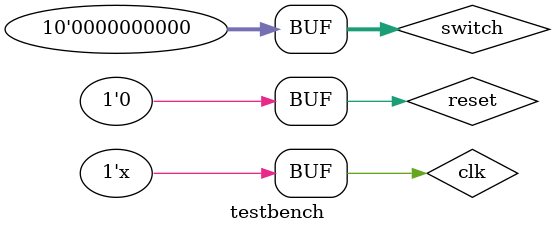
<source format=v>
`timescale 1ns / 1ps


module testbench( );
    reg clk, reset;
    wire [1:0] testcase;
    reg [9:0] switch;
    wire [9:0] led;
    
    top Main (
    .clk(clk),
    .reset(reset),
    .switch(switch),
    .led(led)
    );
    
    always begin
        clk = !clk;
        #5;
    end
    
    initial begin
        clk = 0;
        reset = 1;
        #1
        reset =0;
        
        switch[9:0] = 0;
        
        #156;
        switch[9] = 1; #1; switch[9] = 0; #1;
        switch[2] = 1; #1; switch[2] = 0; #1;
        switch[7] = 1; #1; switch[7] = 0; #1;
        
        #170
        switch[0] = 1; #1; switch[0] = 0; #1;
        switch[1] = 1; #1; switch[1] = 0; #1;
        switch[6] = 1; #1; switch[6] = 0; #1;
        switch[9] = 1; #1; switch[9] = 0; #1;
        
        #170
        switch[1] = 1; #1; switch[1] = 0; #1;
        switch[2] = 1; #1; switch[2] = 0; #1;
        switch[3] = 1; #1; switch[3] = 0; #1;
        switch[5] = 1; #1; switch[5] = 0; #1;
        switch[7] = 1; #1; switch[7] = 0; #1;
        switch[8] = 1; #1; switch[8] = 0; #1;

    
        
    end

endmodule

</source>
